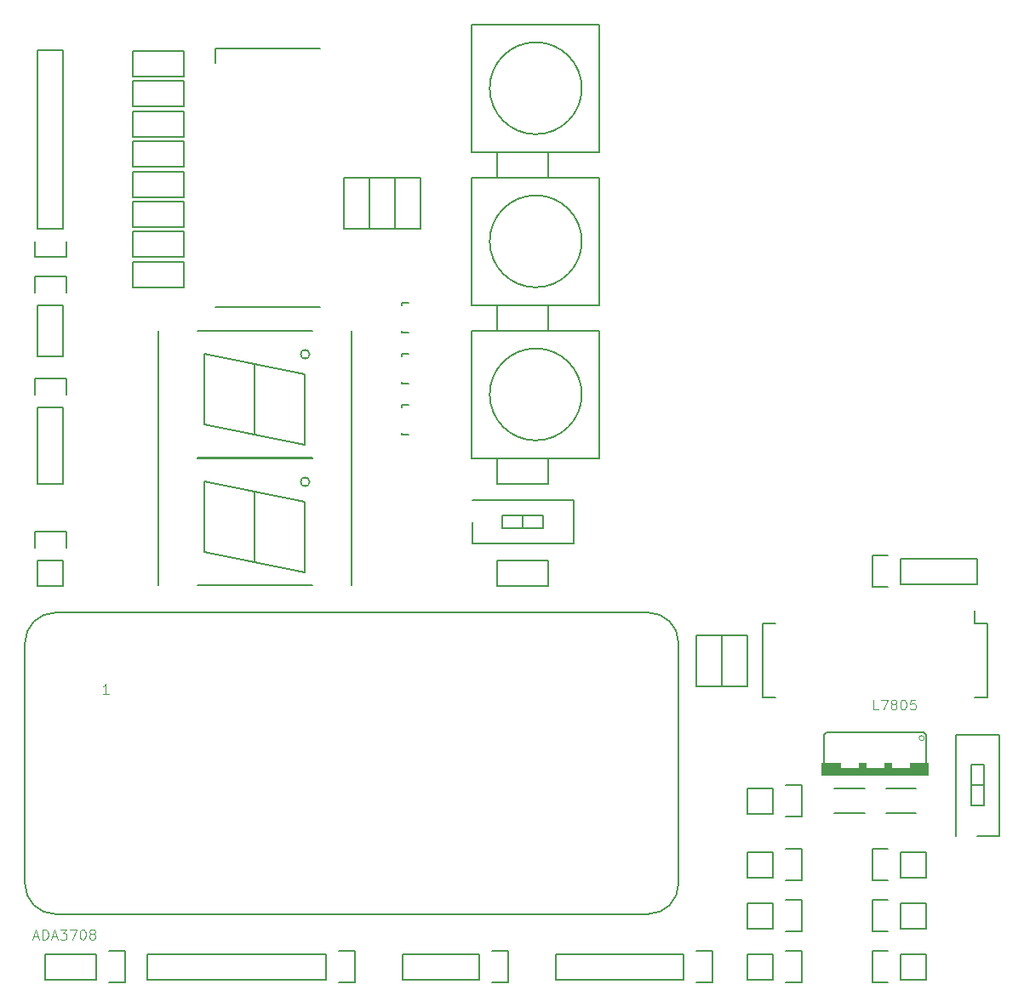
<source format=gbr>
G04 #@! TF.FileFunction,Legend,Top*
%FSLAX46Y46*%
G04 Gerber Fmt 4.6, Leading zero omitted, Abs format (unit mm)*
G04 Created by KiCad (PCBNEW 4.0.2+dfsg1-stable) date 2019年09月16日 21時23分18秒*
%MOMM*%
G01*
G04 APERTURE LIST*
%ADD10C,0.100000*%
%ADD11C,0.127000*%
%ADD12C,0.150000*%
%ADD13C,0.200000*%
%ADD14C,0.152400*%
%ADD15C,0.050000*%
G04 APERTURE END LIST*
D10*
D11*
X27190000Y-158390000D02*
G75*
G03X30190000Y-161390000I3000000J0D01*
G01*
X30190000Y-161390000D02*
X89190000Y-161390000D01*
X89190000Y-161390000D02*
G75*
G03X92190000Y-158390000I0J3000000D01*
G01*
X92190000Y-158390000D02*
X92190000Y-134390000D01*
X92190000Y-134390000D02*
G75*
G03X89190000Y-131390000I-3000000J0D01*
G01*
X89190000Y-131390000D02*
X30190000Y-131390000D01*
X30190000Y-131390000D02*
G75*
G03X27190000Y-134390000I0J-3000000D01*
G01*
X27190000Y-134390000D02*
X27190000Y-158390000D01*
X64090000Y-161390000D02*
X72440000Y-161390000D01*
X76690000Y-161390000D02*
X85040000Y-161390000D01*
D12*
X115820000Y-151380000D02*
X112820000Y-151380000D01*
X112820000Y-148880000D02*
X115820000Y-148880000D01*
X107700000Y-148880000D02*
X110700000Y-148880000D01*
X110700000Y-151380000D02*
X107700000Y-151380000D01*
X111480000Y-163110000D02*
X113030000Y-163110000D01*
X116840000Y-162830000D02*
X114300000Y-162830000D01*
X114300000Y-162830000D02*
X114300000Y-160290000D01*
X113030000Y-160010000D02*
X111480000Y-160010000D01*
X111480000Y-160010000D02*
X111480000Y-163110000D01*
X114300000Y-160290000D02*
X116840000Y-160290000D01*
X116840000Y-160290000D02*
X116840000Y-162830000D01*
X111480000Y-168190000D02*
X113030000Y-168190000D01*
X116840000Y-167910000D02*
X114300000Y-167910000D01*
X114300000Y-167910000D02*
X114300000Y-165370000D01*
X113030000Y-165090000D02*
X111480000Y-165090000D01*
X111480000Y-165090000D02*
X111480000Y-168190000D01*
X114300000Y-165370000D02*
X116840000Y-165370000D01*
X116840000Y-165370000D02*
X116840000Y-167910000D01*
X111480000Y-158030000D02*
X113030000Y-158030000D01*
X116840000Y-157750000D02*
X114300000Y-157750000D01*
X114300000Y-157750000D02*
X114300000Y-155210000D01*
X113030000Y-154930000D02*
X111480000Y-154930000D01*
X111480000Y-154930000D02*
X111480000Y-158030000D01*
X114300000Y-155210000D02*
X116840000Y-155210000D01*
X116840000Y-155210000D02*
X116840000Y-157750000D01*
X104420000Y-148580000D02*
X102870000Y-148580000D01*
X99060000Y-148860000D02*
X101600000Y-148860000D01*
X101600000Y-148860000D02*
X101600000Y-151400000D01*
X102870000Y-151680000D02*
X104420000Y-151680000D01*
X104420000Y-151680000D02*
X104420000Y-148580000D01*
X101600000Y-151400000D02*
X99060000Y-151400000D01*
X99060000Y-151400000D02*
X99060000Y-148860000D01*
X104420000Y-154930000D02*
X102870000Y-154930000D01*
X99060000Y-155210000D02*
X101600000Y-155210000D01*
X101600000Y-155210000D02*
X101600000Y-157750000D01*
X102870000Y-158030000D02*
X104420000Y-158030000D01*
X104420000Y-158030000D02*
X104420000Y-154930000D01*
X101600000Y-157750000D02*
X99060000Y-157750000D01*
X99060000Y-157750000D02*
X99060000Y-155210000D01*
X104420000Y-160010000D02*
X102870000Y-160010000D01*
X99060000Y-160290000D02*
X101600000Y-160290000D01*
X101600000Y-160290000D02*
X101600000Y-162830000D01*
X102870000Y-163110000D02*
X104420000Y-163110000D01*
X104420000Y-163110000D02*
X104420000Y-160010000D01*
X101600000Y-162830000D02*
X99060000Y-162830000D01*
X99060000Y-162830000D02*
X99060000Y-160290000D01*
X104420000Y-165090000D02*
X102870000Y-165090000D01*
X99060000Y-165370000D02*
X101600000Y-165370000D01*
X101600000Y-165370000D02*
X101600000Y-167910000D01*
X102870000Y-168190000D02*
X104420000Y-168190000D01*
X104420000Y-168190000D02*
X104420000Y-165090000D01*
X101600000Y-167910000D02*
X99060000Y-167910000D01*
X99060000Y-167910000D02*
X99060000Y-165370000D01*
X114300000Y-126000000D02*
X121920000Y-126000000D01*
X114300000Y-128540000D02*
X121920000Y-128540000D01*
X111480000Y-128820000D02*
X113030000Y-128820000D01*
X121920000Y-126000000D02*
X121920000Y-128540000D01*
X114300000Y-128540000D02*
X114300000Y-126000000D01*
X113030000Y-125720000D02*
X111480000Y-125720000D01*
X111480000Y-125720000D02*
X111480000Y-128820000D01*
X92710000Y-165370000D02*
X80010000Y-165370000D01*
X80010000Y-165370000D02*
X80010000Y-167910000D01*
X80010000Y-167910000D02*
X92710000Y-167910000D01*
X95530000Y-165090000D02*
X93980000Y-165090000D01*
X92710000Y-165370000D02*
X92710000Y-167910000D01*
X93980000Y-168190000D02*
X95530000Y-168190000D01*
X95530000Y-168190000D02*
X95530000Y-165090000D01*
X57150000Y-165370000D02*
X39370000Y-165370000D01*
X39370000Y-165370000D02*
X39370000Y-167910000D01*
X39370000Y-167910000D02*
X57150000Y-167910000D01*
X59970000Y-165090000D02*
X58420000Y-165090000D01*
X57150000Y-165370000D02*
X57150000Y-167910000D01*
X58420000Y-168190000D02*
X59970000Y-168190000D01*
X59970000Y-168190000D02*
X59970000Y-165090000D01*
X72390000Y-167910000D02*
X64770000Y-167910000D01*
X72390000Y-165370000D02*
X64770000Y-165370000D01*
X75210000Y-165090000D02*
X73660000Y-165090000D01*
X64770000Y-167910000D02*
X64770000Y-165370000D01*
X72390000Y-165370000D02*
X72390000Y-167910000D01*
X73660000Y-168190000D02*
X75210000Y-168190000D01*
X75210000Y-168190000D02*
X75210000Y-165090000D01*
X35560000Y-168190000D02*
X37110000Y-168190000D01*
X37110000Y-168190000D02*
X37110000Y-165090000D01*
X37110000Y-165090000D02*
X35560000Y-165090000D01*
X34290000Y-167910000D02*
X29210000Y-167910000D01*
X29210000Y-167910000D02*
X29210000Y-165370000D01*
X29210000Y-165370000D02*
X34290000Y-165370000D01*
X34290000Y-165370000D02*
X34290000Y-167910000D01*
X28180000Y-123360000D02*
X28180000Y-124910000D01*
X28460000Y-128720000D02*
X28460000Y-126180000D01*
X28460000Y-126180000D02*
X31000000Y-126180000D01*
X31280000Y-124910000D02*
X31280000Y-123360000D01*
X31280000Y-123360000D02*
X28180000Y-123360000D01*
X31000000Y-126180000D02*
X31000000Y-128720000D01*
X31000000Y-128720000D02*
X28460000Y-128720000D01*
X31280000Y-99510000D02*
X31280000Y-97960000D01*
X31280000Y-97960000D02*
X28180000Y-97960000D01*
X28180000Y-97960000D02*
X28180000Y-99510000D01*
X31000000Y-100780000D02*
X31000000Y-105860000D01*
X31000000Y-105860000D02*
X28460000Y-105860000D01*
X28460000Y-105860000D02*
X28460000Y-100780000D01*
X28460000Y-100780000D02*
X31000000Y-100780000D01*
X31000000Y-93160000D02*
X31000000Y-75380000D01*
X31000000Y-75380000D02*
X28460000Y-75380000D01*
X28460000Y-75380000D02*
X28460000Y-93160000D01*
X31280000Y-95980000D02*
X31280000Y-94430000D01*
X31000000Y-93160000D02*
X28460000Y-93160000D01*
X28180000Y-94430000D02*
X28180000Y-95980000D01*
X28180000Y-95980000D02*
X31280000Y-95980000D01*
X31000000Y-110940000D02*
X31000000Y-118560000D01*
X28460000Y-110940000D02*
X28460000Y-118560000D01*
X28180000Y-108120000D02*
X28180000Y-109670000D01*
X31000000Y-118560000D02*
X28460000Y-118560000D01*
X28460000Y-110940000D02*
X31000000Y-110940000D01*
X31280000Y-109670000D02*
X31280000Y-108120000D01*
X31280000Y-108120000D02*
X28180000Y-108120000D01*
X64639760Y-110910840D02*
X64639760Y-110959100D01*
X65340800Y-113709820D02*
X64639760Y-113709820D01*
X64639760Y-113709820D02*
X64639760Y-113460900D01*
X64639760Y-110910840D02*
X64639760Y-110710180D01*
X64639760Y-110710180D02*
X65340800Y-110710180D01*
X64639760Y-105830840D02*
X64639760Y-105879100D01*
X65340800Y-108629820D02*
X64639760Y-108629820D01*
X64639760Y-108629820D02*
X64639760Y-108380900D01*
X64639760Y-105830840D02*
X64639760Y-105630180D01*
X64639760Y-105630180D02*
X65340800Y-105630180D01*
X64639760Y-100750840D02*
X64639760Y-100799100D01*
X65340800Y-103549820D02*
X64639760Y-103549820D01*
X64639760Y-103549820D02*
X64639760Y-103300900D01*
X64639760Y-100750840D02*
X64639760Y-100550180D01*
X64639760Y-100550180D02*
X65340800Y-100550180D01*
X96520000Y-138700000D02*
X96520000Y-133620000D01*
X96520000Y-133620000D02*
X99060000Y-133620000D01*
X99060000Y-133620000D02*
X99060000Y-138700000D01*
X99060000Y-138700000D02*
X96520000Y-138700000D01*
X96520000Y-133620000D02*
X96520000Y-138700000D01*
X96520000Y-138700000D02*
X93980000Y-138700000D01*
X93980000Y-138700000D02*
X93980000Y-133620000D01*
X93980000Y-133620000D02*
X96520000Y-133620000D01*
X42980000Y-78010000D02*
X37900000Y-78010000D01*
X37900000Y-78010000D02*
X37900000Y-75470000D01*
X37900000Y-75470000D02*
X42980000Y-75470000D01*
X42980000Y-75470000D02*
X42980000Y-78010000D01*
X42980000Y-81010000D02*
X37900000Y-81010000D01*
X37900000Y-81010000D02*
X37900000Y-78470000D01*
X37900000Y-78470000D02*
X42980000Y-78470000D01*
X42980000Y-78470000D02*
X42980000Y-81010000D01*
X42980000Y-84010000D02*
X37900000Y-84010000D01*
X37900000Y-84010000D02*
X37900000Y-81470000D01*
X37900000Y-81470000D02*
X42980000Y-81470000D01*
X42980000Y-81470000D02*
X42980000Y-84010000D01*
X42980000Y-87010000D02*
X37900000Y-87010000D01*
X37900000Y-87010000D02*
X37900000Y-84470000D01*
X37900000Y-84470000D02*
X42980000Y-84470000D01*
X42980000Y-84470000D02*
X42980000Y-87010000D01*
X42980000Y-90010000D02*
X37900000Y-90010000D01*
X37900000Y-90010000D02*
X37900000Y-87470000D01*
X37900000Y-87470000D02*
X42980000Y-87470000D01*
X42980000Y-87470000D02*
X42980000Y-90010000D01*
X58940000Y-93160000D02*
X58940000Y-88080000D01*
X58940000Y-88080000D02*
X61480000Y-88080000D01*
X61480000Y-88080000D02*
X61480000Y-93160000D01*
X61480000Y-93160000D02*
X58940000Y-93160000D01*
X42980000Y-93010000D02*
X37900000Y-93010000D01*
X37900000Y-93010000D02*
X37900000Y-90470000D01*
X37900000Y-90470000D02*
X42980000Y-90470000D01*
X42980000Y-90470000D02*
X42980000Y-93010000D01*
X42980000Y-96010000D02*
X37900000Y-96010000D01*
X37900000Y-96010000D02*
X37900000Y-93470000D01*
X37900000Y-93470000D02*
X42980000Y-93470000D01*
X42980000Y-93470000D02*
X42980000Y-96010000D01*
X42980000Y-99010000D02*
X37900000Y-99010000D01*
X37900000Y-99010000D02*
X37900000Y-96470000D01*
X37900000Y-96470000D02*
X42980000Y-96470000D01*
X42980000Y-96470000D02*
X42980000Y-99010000D01*
X61480000Y-93160000D02*
X61480000Y-88080000D01*
X61480000Y-88080000D02*
X64020000Y-88080000D01*
X64020000Y-88080000D02*
X64020000Y-93160000D01*
X64020000Y-93160000D02*
X61480000Y-93160000D01*
X79260000Y-128720000D02*
X74180000Y-128720000D01*
X74180000Y-128720000D02*
X74180000Y-126180000D01*
X74180000Y-126180000D02*
X79260000Y-126180000D01*
X79260000Y-126180000D02*
X79260000Y-128720000D01*
X79260000Y-118560000D02*
X74180000Y-118560000D01*
X74180000Y-118560000D02*
X74180000Y-116020000D01*
X74180000Y-116020000D02*
X79260000Y-116020000D01*
X79260000Y-116020000D02*
X79260000Y-118560000D01*
X79260000Y-103320000D02*
X74180000Y-103320000D01*
X74180000Y-103320000D02*
X74180000Y-100780000D01*
X74180000Y-100780000D02*
X79260000Y-100780000D01*
X79260000Y-100780000D02*
X79260000Y-103320000D01*
X79260000Y-88080000D02*
X74180000Y-88080000D01*
X74180000Y-88080000D02*
X74180000Y-85540000D01*
X74180000Y-85540000D02*
X79260000Y-85540000D01*
X79260000Y-85540000D02*
X79260000Y-88080000D01*
X64020000Y-93160000D02*
X64020000Y-88080000D01*
X64020000Y-88080000D02*
X66560000Y-88080000D01*
X66560000Y-88080000D02*
X66560000Y-93160000D01*
X66560000Y-93160000D02*
X64020000Y-93160000D01*
X55497214Y-118370000D02*
G75*
G03X55497214Y-118370000I-447214J0D01*
G01*
X45050000Y-125370000D02*
X50050000Y-126370000D01*
X50050000Y-126370000D02*
X55050000Y-127370000D01*
X55050000Y-127370000D02*
X55050000Y-120370000D01*
X55050000Y-120370000D02*
X50050000Y-119370000D01*
X45050000Y-118370000D02*
X50050000Y-119370000D01*
X50050000Y-119370000D02*
X50050000Y-126370000D01*
X45050000Y-125370000D02*
X45050000Y-118370000D01*
X59650000Y-116070000D02*
X59650000Y-128670000D01*
X44350000Y-128670000D02*
X55750000Y-128670000D01*
X44350000Y-116070000D02*
X55750000Y-116070000D01*
X40450000Y-128670000D02*
X40450000Y-116070000D01*
X55497214Y-105670000D02*
G75*
G03X55497214Y-105670000I-447214J0D01*
G01*
X45050000Y-112670000D02*
X50050000Y-113670000D01*
X50050000Y-113670000D02*
X55050000Y-114670000D01*
X55050000Y-114670000D02*
X55050000Y-107670000D01*
X55050000Y-107670000D02*
X50050000Y-106670000D01*
X45050000Y-105670000D02*
X50050000Y-106670000D01*
X50050000Y-106670000D02*
X50050000Y-113670000D01*
X45050000Y-112670000D02*
X45050000Y-105670000D01*
X59650000Y-103370000D02*
X59650000Y-115970000D01*
X44350000Y-115970000D02*
X55750000Y-115970000D01*
X44350000Y-103370000D02*
X55750000Y-103370000D01*
X40450000Y-115970000D02*
X40450000Y-103370000D01*
X81740000Y-120220000D02*
X81740000Y-124520000D01*
X71700000Y-122370000D02*
X71700000Y-124520000D01*
X81740000Y-120220000D02*
X71700000Y-120220000D01*
X81740000Y-124520000D02*
X71700000Y-124520000D01*
X76720000Y-121730000D02*
X76720000Y-123010000D01*
X78750000Y-121730000D02*
X74690000Y-121730000D01*
X74690000Y-121730000D02*
X74690000Y-123010000D01*
X74690000Y-123010000D02*
X78750000Y-123010000D01*
X78750000Y-123010000D02*
X78750000Y-121730000D01*
X82569050Y-109670000D02*
G75*
G03X82569050Y-109670000I-4579050J0D01*
G01*
X84340000Y-116020000D02*
X71640000Y-116020000D01*
X71640000Y-116020000D02*
X71640000Y-103320000D01*
X71640000Y-103320000D02*
X84340000Y-103320000D01*
X84340000Y-103320000D02*
X84340000Y-116020000D01*
X82569050Y-94430000D02*
G75*
G03X82569050Y-94430000I-4579050J0D01*
G01*
X84340000Y-100780000D02*
X71640000Y-100780000D01*
X71640000Y-100780000D02*
X71640000Y-88080000D01*
X71640000Y-88080000D02*
X84340000Y-88080000D01*
X84340000Y-88080000D02*
X84340000Y-100780000D01*
X82569050Y-79190000D02*
G75*
G03X82569050Y-79190000I-4579050J0D01*
G01*
X84340000Y-85540000D02*
X71640000Y-85540000D01*
X71640000Y-85540000D02*
X71640000Y-72840000D01*
X71640000Y-72840000D02*
X84340000Y-72840000D01*
X84340000Y-72840000D02*
X84340000Y-85540000D01*
X122945000Y-132485000D02*
X121675000Y-132485000D01*
X122945000Y-139835000D02*
X121675000Y-139835000D01*
X100575000Y-139835000D02*
X101845000Y-139835000D01*
X100575000Y-132485000D02*
X101845000Y-132485000D01*
X122945000Y-132485000D02*
X122945000Y-139835000D01*
X100575000Y-132485000D02*
X100575000Y-139835000D01*
X121675000Y-132485000D02*
X121675000Y-131200000D01*
D13*
X46085000Y-100955000D02*
X56535000Y-100955000D01*
X56535000Y-75205000D02*
X46085000Y-75205000D01*
X46085000Y-75205000D02*
X46085000Y-76650000D01*
D14*
X106934000Y-143272000D02*
X106680000Y-143526000D01*
X106934000Y-143272000D02*
X116586000Y-143272000D01*
X116840000Y-143526000D02*
X116586000Y-143272000D01*
X106680000Y-146447000D02*
X106680000Y-143526000D01*
X116840000Y-143526000D02*
X116840000Y-146447000D01*
D10*
X116636800Y-143881600D02*
G75*
G03X116636800Y-143881600I-254000J0D01*
G01*
G36*
X117095780Y-147590000D02*
X115189000Y-147590000D01*
X115189000Y-146319580D01*
X117095780Y-146319580D01*
X117095780Y-147590000D01*
G37*
G36*
X115194310Y-147590000D02*
X113411000Y-147590000D01*
X113411000Y-146826819D01*
X115194310Y-146826819D01*
X115194310Y-147590000D01*
G37*
G36*
X113413780Y-147590000D02*
X112649000Y-147590000D01*
X112649000Y-146317860D01*
X113413780Y-146317860D01*
X113413780Y-147590000D01*
G37*
G36*
X112650568Y-147590000D02*
X110871000Y-147590000D01*
X110871000Y-146826656D01*
X112650568Y-146826656D01*
X112650568Y-147590000D01*
G37*
G36*
X110870611Y-147590000D02*
X110109000Y-147590000D01*
X110109000Y-146319440D01*
X110870611Y-146319440D01*
X110870611Y-147590000D01*
G37*
G36*
X110106410Y-147590000D02*
X108331000Y-147590000D01*
X108331000Y-146826806D01*
X110106410Y-146826806D01*
X110106410Y-147590000D01*
G37*
G36*
X108326850Y-147590000D02*
X106426000Y-147590000D01*
X106426000Y-146318460D01*
X108326850Y-146318460D01*
X108326850Y-147590000D01*
G37*
D12*
X119770000Y-143570000D02*
X124070000Y-143570000D01*
X121920000Y-153610000D02*
X124070000Y-153610000D01*
X119770000Y-143570000D02*
X119770000Y-153610000D01*
X124070000Y-143570000D02*
X124070000Y-153610000D01*
X121280000Y-148590000D02*
X122560000Y-148590000D01*
X121280000Y-146560000D02*
X121280000Y-150620000D01*
X121280000Y-150620000D02*
X122560000Y-150620000D01*
X122560000Y-150620000D02*
X122560000Y-146560000D01*
X122560000Y-146560000D02*
X121280000Y-146560000D01*
D15*
X28025752Y-163647760D02*
X28502209Y-163647760D01*
X27930460Y-163933634D02*
X28263980Y-162933074D01*
X28597500Y-163933634D01*
X28931021Y-163933634D02*
X28931021Y-162933074D01*
X29169249Y-162933074D01*
X29312186Y-162980720D01*
X29407478Y-163076011D01*
X29455123Y-163171303D01*
X29502769Y-163361886D01*
X29502769Y-163504823D01*
X29455123Y-163695406D01*
X29407478Y-163790697D01*
X29312186Y-163885989D01*
X29169249Y-163933634D01*
X28931021Y-163933634D01*
X29883935Y-163647760D02*
X30360392Y-163647760D01*
X29788643Y-163933634D02*
X30122163Y-162933074D01*
X30455683Y-163933634D01*
X30693912Y-162933074D02*
X31313306Y-162933074D01*
X30979786Y-163314240D01*
X31122724Y-163314240D01*
X31218015Y-163361886D01*
X31265661Y-163409531D01*
X31313306Y-163504823D01*
X31313306Y-163743051D01*
X31265661Y-163838343D01*
X31218015Y-163885989D01*
X31122724Y-163933634D01*
X30836849Y-163933634D01*
X30741558Y-163885989D01*
X30693912Y-163838343D01*
X31646826Y-162933074D02*
X32313866Y-162933074D01*
X31885055Y-163933634D01*
X32885614Y-162933074D02*
X32980906Y-162933074D01*
X33076197Y-162980720D01*
X33123843Y-163028366D01*
X33171489Y-163123657D01*
X33219134Y-163314240D01*
X33219134Y-163552469D01*
X33171489Y-163743051D01*
X33123843Y-163838343D01*
X33076197Y-163885989D01*
X32980906Y-163933634D01*
X32885614Y-163933634D01*
X32790323Y-163885989D01*
X32742677Y-163838343D01*
X32695032Y-163743051D01*
X32647386Y-163552469D01*
X32647386Y-163314240D01*
X32695032Y-163123657D01*
X32742677Y-163028366D01*
X32790323Y-162980720D01*
X32885614Y-162933074D01*
X33790883Y-163361886D02*
X33695591Y-163314240D01*
X33647946Y-163266594D01*
X33600300Y-163171303D01*
X33600300Y-163123657D01*
X33647946Y-163028366D01*
X33695591Y-162980720D01*
X33790883Y-162933074D01*
X33981466Y-162933074D01*
X34076757Y-162980720D01*
X34124403Y-163028366D01*
X34172048Y-163123657D01*
X34172048Y-163171303D01*
X34124403Y-163266594D01*
X34076757Y-163314240D01*
X33981466Y-163361886D01*
X33790883Y-163361886D01*
X33695591Y-163409531D01*
X33647946Y-163457177D01*
X33600300Y-163552469D01*
X33600300Y-163743051D01*
X33647946Y-163838343D01*
X33695591Y-163885989D01*
X33790883Y-163933634D01*
X33981466Y-163933634D01*
X34076757Y-163885989D01*
X34124403Y-163838343D01*
X34172048Y-163743051D01*
X34172048Y-163552469D01*
X34124403Y-163457177D01*
X34076757Y-163409531D01*
X33981466Y-163361886D01*
X35503015Y-139474131D02*
X34931586Y-139474131D01*
X35217300Y-139474131D02*
X35217300Y-138474131D01*
X35122062Y-138616988D01*
X35026824Y-138712226D01*
X34931586Y-138759845D01*
X112069811Y-141056288D02*
X111593540Y-141056288D01*
X111593540Y-140056118D01*
X112307946Y-140056118D02*
X112974726Y-140056118D01*
X112546082Y-141056288D01*
X113498625Y-140484762D02*
X113403371Y-140437135D01*
X113355744Y-140389508D01*
X113308117Y-140294254D01*
X113308117Y-140246626D01*
X113355744Y-140151372D01*
X113403371Y-140103745D01*
X113498625Y-140056118D01*
X113689134Y-140056118D01*
X113784388Y-140103745D01*
X113832015Y-140151372D01*
X113879642Y-140246626D01*
X113879642Y-140294254D01*
X113832015Y-140389508D01*
X113784388Y-140437135D01*
X113689134Y-140484762D01*
X113498625Y-140484762D01*
X113403371Y-140532389D01*
X113355744Y-140580016D01*
X113308117Y-140675271D01*
X113308117Y-140865779D01*
X113355744Y-140961034D01*
X113403371Y-141008661D01*
X113498625Y-141056288D01*
X113689134Y-141056288D01*
X113784388Y-141008661D01*
X113832015Y-140961034D01*
X113879642Y-140865779D01*
X113879642Y-140675271D01*
X113832015Y-140580016D01*
X113784388Y-140532389D01*
X113689134Y-140484762D01*
X114498795Y-140056118D02*
X114594050Y-140056118D01*
X114689304Y-140103745D01*
X114736931Y-140151372D01*
X114784558Y-140246626D01*
X114832185Y-140437135D01*
X114832185Y-140675271D01*
X114784558Y-140865779D01*
X114736931Y-140961034D01*
X114689304Y-141008661D01*
X114594050Y-141056288D01*
X114498795Y-141056288D01*
X114403541Y-141008661D01*
X114355914Y-140961034D01*
X114308287Y-140865779D01*
X114260660Y-140675271D01*
X114260660Y-140437135D01*
X114308287Y-140246626D01*
X114355914Y-140151372D01*
X114403541Y-140103745D01*
X114498795Y-140056118D01*
X115737101Y-140056118D02*
X115260830Y-140056118D01*
X115213203Y-140532389D01*
X115260830Y-140484762D01*
X115356084Y-140437135D01*
X115594220Y-140437135D01*
X115689474Y-140484762D01*
X115737101Y-140532389D01*
X115784728Y-140627644D01*
X115784728Y-140865779D01*
X115737101Y-140961034D01*
X115689474Y-141008661D01*
X115594220Y-141056288D01*
X115356084Y-141056288D01*
X115260830Y-141008661D01*
X115213203Y-140961034D01*
M02*

</source>
